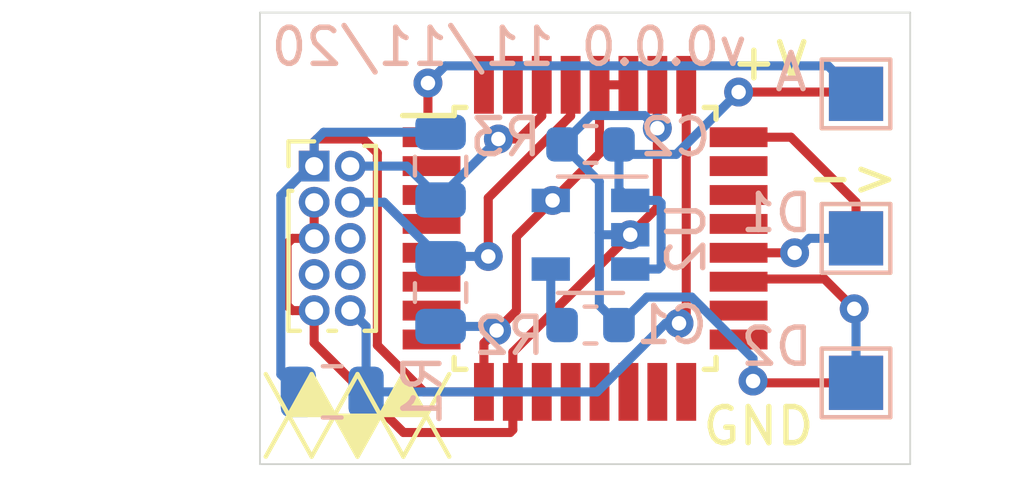
<source format=kicad_pcb>
(kicad_pcb (version 20171130) (host pcbnew "(5.1.6)-1")

  (general
    (thickness 1.6)
    (drawings 11)
    (tracks 122)
    (zones 0)
    (modules 15)
    (nets 12)
  )

  (page A4)
  (layers
    (0 F.Cu signal)
    (31 B.Cu signal)
    (32 B.Adhes user)
    (33 F.Adhes user)
    (34 B.Paste user)
    (35 F.Paste user)
    (36 B.SilkS user)
    (37 F.SilkS user)
    (38 B.Mask user)
    (39 F.Mask user)
    (40 Dwgs.User user)
    (41 Cmts.User user)
    (42 Eco1.User user)
    (43 Eco2.User user)
    (44 Edge.Cuts user)
    (45 Margin user)
    (46 B.CrtYd user)
    (47 F.CrtYd user)
    (48 B.Fab user)
    (49 F.Fab user)
  )

  (setup
    (last_trace_width 0.25)
    (trace_clearance 0.2)
    (zone_clearance 0.508)
    (zone_45_only no)
    (trace_min 0.2)
    (via_size 0.8)
    (via_drill 0.4)
    (via_min_size 0.4)
    (via_min_drill 0.3)
    (uvia_size 0.3)
    (uvia_drill 0.1)
    (uvias_allowed no)
    (uvia_min_size 0.2)
    (uvia_min_drill 0.1)
    (edge_width 0.05)
    (segment_width 0.2)
    (pcb_text_width 0.3)
    (pcb_text_size 1.5 1.5)
    (mod_edge_width 0.12)
    (mod_text_size 1 1)
    (mod_text_width 0.15)
    (pad_size 1.524 1.524)
    (pad_drill 0.762)
    (pad_to_mask_clearance 0.05)
    (aux_axis_origin 0 0)
    (visible_elements FFFFFF7F)
    (pcbplotparams
      (layerselection 0x010fc_ffffffff)
      (usegerberextensions false)
      (usegerberattributes true)
      (usegerberadvancedattributes true)
      (creategerberjobfile true)
      (excludeedgelayer true)
      (linewidth 0.100000)
      (plotframeref false)
      (viasonmask false)
      (mode 1)
      (useauxorigin false)
      (hpglpennumber 1)
      (hpglpenspeed 20)
      (hpglpendiameter 15.000000)
      (psnegative false)
      (psa4output false)
      (plotreference true)
      (plotvalue true)
      (plotinvisibletext false)
      (padsonsilk false)
      (subtractmaskfromsilk false)
      (outputformat 1)
      (mirror false)
      (drillshape 1)
      (scaleselection 1)
      (outputdirectory ""))
  )

  (net 0 "")
  (net 1 GND)
  (net 2 "Net-(C1-Pad1)")
  (net 3 +V)
  (net 4 DOUT)
  (net 5 RESET)
  (net 6 SWCLK)
  (net 7 SWDIO)
  (net 8 +3.3V)
  (net 9 D1)
  (net 10 D2)
  (net 11 A1)

  (net_class Default "This is the default net class."
    (clearance 0.2)
    (trace_width 0.25)
    (via_dia 0.8)
    (via_drill 0.4)
    (uvia_dia 0.3)
    (uvia_drill 0.1)
    (add_net +3.3V)
    (add_net +V)
    (add_net A1)
    (add_net D1)
    (add_net D2)
    (add_net DOUT)
    (add_net GND)
    (add_net "Net-(C1-Pad1)")
    (add_net RESET)
    (add_net SWCLK)
    (add_net SWDIO)
  )

  (module Symbol:Logo_WM (layer F.Cu) (tedit 5EA02B73) (tstamp 5FABE07B)
    (at 138.2 108.9 180)
    (fp_text reference REF** (at 0 -2.286) (layer F.SilkS) hide
      (effects (font (size 1 1) (thickness 0.15)))
    )
    (fp_text value Logo_WM (at 0 2.032) (layer F.Fab)
      (effects (font (size 1 1) (thickness 0.15)))
    )
    (fp_line (start 0 -1.143) (end -0.635 0) (layer F.SilkS) (width 0.12))
    (fp_line (start -0.635 0) (end 0 1.143) (layer F.SilkS) (width 0.12))
    (fp_line (start 0 1.143) (end 0.635 0) (layer F.SilkS) (width 0.12))
    (fp_line (start 0.635 0) (end 0 -1.143) (layer F.SilkS) (width 0.12))
    (fp_line (start 1.905 0) (end 1.27 -1.143) (layer F.SilkS) (width 0.12))
    (fp_line (start 1.27 1.143) (end 1.905 0) (layer F.SilkS) (width 0.12))
    (fp_line (start 0.635 0) (end 1.27 1.143) (layer F.SilkS) (width 0.12))
    (fp_line (start 1.27 -1.143) (end 0.635 0) (layer F.SilkS) (width 0.12))
    (fp_line (start -1.27 1.143) (end -0.635 0) (layer F.SilkS) (width 0.12))
    (fp_line (start -1.27 -1.143) (end -1.905 0) (layer F.SilkS) (width 0.12))
    (fp_line (start -1.905 0) (end -1.27 1.143) (layer F.SilkS) (width 0.12))
    (fp_line (start -0.635 0) (end -1.27 -1.143) (layer F.SilkS) (width 0.12))
    (fp_line (start -1.905 0) (end -2.54 -1.143) (layer F.SilkS) (width 0.12))
    (fp_line (start -2.54 1.143) (end -1.905 0) (layer F.SilkS) (width 0.12))
    (fp_line (start 2.54 -1.143) (end 1.905 0) (layer F.SilkS) (width 0.12))
    (fp_line (start 1.905 0) (end 2.54 1.143) (layer F.SilkS) (width 0.12))
    (fp_poly (pts (xy -1.905 0) (xy -0.635 0) (xy -1.27 1.143)) (layer F.SilkS) (width 0.1))
    (fp_poly (pts (xy -0.635 0) (xy 0.635 0) (xy 0 -1.143)) (layer F.SilkS) (width 0.1))
    (fp_poly (pts (xy 0.635 0) (xy 1.905 0) (xy 1.27 1.143)) (layer F.SilkS) (width 0.1))
  )

  (module Package_TO_SOT_SMD:SOT-23-5 (layer B.Cu) (tedit 5A02FF57) (tstamp 5FABC267)
    (at 144.65 103.9 180)
    (descr "5-pin SOT23 package")
    (tags SOT-23-5)
    (path /5FAC66A7)
    (attr smd)
    (fp_text reference U2 (at -2.65 -0.1 90) (layer B.SilkS)
      (effects (font (size 1 1) (thickness 0.15)) (justify mirror))
    )
    (fp_text value TC2014-3.3VxCTTR (at 0 -2.9) (layer B.Fab)
      (effects (font (size 1 1) (thickness 0.15)) (justify mirror))
    )
    (fp_text user %R (at 0 0 270) (layer B.Fab)
      (effects (font (size 0.5 0.5) (thickness 0.075)) (justify mirror))
    )
    (fp_line (start -0.9 -1.61) (end 0.9 -1.61) (layer B.SilkS) (width 0.12))
    (fp_line (start 0.9 1.61) (end -1.55 1.61) (layer B.SilkS) (width 0.12))
    (fp_line (start -1.9 1.8) (end 1.9 1.8) (layer B.CrtYd) (width 0.05))
    (fp_line (start 1.9 1.8) (end 1.9 -1.8) (layer B.CrtYd) (width 0.05))
    (fp_line (start 1.9 -1.8) (end -1.9 -1.8) (layer B.CrtYd) (width 0.05))
    (fp_line (start -1.9 -1.8) (end -1.9 1.8) (layer B.CrtYd) (width 0.05))
    (fp_line (start -0.9 0.9) (end -0.25 1.55) (layer B.Fab) (width 0.1))
    (fp_line (start 0.9 1.55) (end -0.25 1.55) (layer B.Fab) (width 0.1))
    (fp_line (start -0.9 0.9) (end -0.9 -1.55) (layer B.Fab) (width 0.1))
    (fp_line (start 0.9 -1.55) (end -0.9 -1.55) (layer B.Fab) (width 0.1))
    (fp_line (start 0.9 1.55) (end 0.9 -1.55) (layer B.Fab) (width 0.1))
    (pad 5 smd rect (at 1.1 0.95 180) (size 1.06 0.65) (layers B.Cu B.Paste B.Mask)
      (net 8 +3.3V))
    (pad 4 smd rect (at 1.1 -0.95 180) (size 1.06 0.65) (layers B.Cu B.Paste B.Mask)
      (net 2 "Net-(C1-Pad1)"))
    (pad 3 smd rect (at -1.1 -0.95 180) (size 1.06 0.65) (layers B.Cu B.Paste B.Mask)
      (net 3 +V))
    (pad 2 smd rect (at -1.1 0 180) (size 1.06 0.65) (layers B.Cu B.Paste B.Mask)
      (net 1 GND))
    (pad 1 smd rect (at -1.1 0.95 180) (size 1.06 0.65) (layers B.Cu B.Paste B.Mask)
      (net 3 +V))
    (model ${KISYS3DMOD}/Package_TO_SOT_SMD.3dshapes/SOT-23-5.wrl
      (at (xyz 0 0 0))
      (scale (xyz 1 1 1))
      (rotate (xyz 0 0 0))
    )
  )

  (module Package_QFP:TQFP-32_7x7mm_P0.8mm (layer F.Cu) (tedit 5A02F146) (tstamp 5FABC252)
    (at 144.5 104)
    (descr "32-Lead Plastic Thin Quad Flatpack (PT) - 7x7x1.0 mm Body, 2.00 mm [TQFP] (see Microchip Packaging Specification 00000049BS.pdf)")
    (tags "QFP 0.8")
    (path /5FAB5DC7)
    (attr smd)
    (fp_text reference U1 (at -6.25 -4.25) (layer F.SilkS) hide
      (effects (font (size 1 1) (thickness 0.15)))
    )
    (fp_text value ATSAMD21E15L-A (at 0 6.05) (layer F.Fab)
      (effects (font (size 1 1) (thickness 0.15)))
    )
    (fp_text user %R (at 0 0) (layer F.Fab)
      (effects (font (size 1 1) (thickness 0.15)))
    )
    (fp_line (start -2.5 -3.5) (end 3.5 -3.5) (layer F.Fab) (width 0.15))
    (fp_line (start 3.5 -3.5) (end 3.5 3.5) (layer F.Fab) (width 0.15))
    (fp_line (start 3.5 3.5) (end -3.5 3.5) (layer F.Fab) (width 0.15))
    (fp_line (start -3.5 3.5) (end -3.5 -2.5) (layer F.Fab) (width 0.15))
    (fp_line (start -3.5 -2.5) (end -2.5 -3.5) (layer F.Fab) (width 0.15))
    (fp_line (start -5.3 -5.3) (end -5.3 5.3) (layer F.CrtYd) (width 0.05))
    (fp_line (start 5.3 -5.3) (end 5.3 5.3) (layer F.CrtYd) (width 0.05))
    (fp_line (start -5.3 -5.3) (end 5.3 -5.3) (layer F.CrtYd) (width 0.05))
    (fp_line (start -5.3 5.3) (end 5.3 5.3) (layer F.CrtYd) (width 0.05))
    (fp_line (start -3.625 -3.625) (end -3.625 -3.4) (layer F.SilkS) (width 0.15))
    (fp_line (start 3.625 -3.625) (end 3.625 -3.3) (layer F.SilkS) (width 0.15))
    (fp_line (start 3.625 3.625) (end 3.625 3.3) (layer F.SilkS) (width 0.15))
    (fp_line (start -3.625 3.625) (end -3.625 3.3) (layer F.SilkS) (width 0.15))
    (fp_line (start -3.625 -3.625) (end -3.3 -3.625) (layer F.SilkS) (width 0.15))
    (fp_line (start -3.625 3.625) (end -3.3 3.625) (layer F.SilkS) (width 0.15))
    (fp_line (start 3.625 3.625) (end 3.3 3.625) (layer F.SilkS) (width 0.15))
    (fp_line (start 3.625 -3.625) (end 3.3 -3.625) (layer F.SilkS) (width 0.15))
    (fp_line (start -3.625 -3.4) (end -5.05 -3.4) (layer F.SilkS) (width 0.15))
    (pad 32 smd rect (at -2.8 -4.25 90) (size 1.6 0.55) (layers F.Cu F.Paste F.Mask))
    (pad 31 smd rect (at -2 -4.25 90) (size 1.6 0.55) (layers F.Cu F.Paste F.Mask))
    (pad 30 smd rect (at -1.2 -4.25 90) (size 1.6 0.55) (layers F.Cu F.Paste F.Mask)
      (net 7 SWDIO))
    (pad 29 smd rect (at -0.4 -4.25 90) (size 1.6 0.55) (layers F.Cu F.Paste F.Mask)
      (net 6 SWCLK))
    (pad 28 smd rect (at 0.4 -4.25 90) (size 1.6 0.55) (layers F.Cu F.Paste F.Mask)
      (net 8 +3.3V))
    (pad 27 smd rect (at 1.2 -4.25 90) (size 1.6 0.55) (layers F.Cu F.Paste F.Mask)
      (net 8 +3.3V))
    (pad 26 smd rect (at 2 -4.25 90) (size 1.6 0.55) (layers F.Cu F.Paste F.Mask)
      (net 1 GND))
    (pad 25 smd rect (at 2.8 -4.25 90) (size 1.6 0.55) (layers F.Cu F.Paste F.Mask)
      (net 5 RESET))
    (pad 24 smd rect (at 4.25 -2.8) (size 1.6 0.55) (layers F.Cu F.Paste F.Mask)
      (net 4 DOUT))
    (pad 23 smd rect (at 4.25 -2) (size 1.6 0.55) (layers F.Cu F.Paste F.Mask))
    (pad 22 smd rect (at 4.25 -1.2) (size 1.6 0.55) (layers F.Cu F.Paste F.Mask))
    (pad 21 smd rect (at 4.25 -0.4) (size 1.6 0.55) (layers F.Cu F.Paste F.Mask))
    (pad 20 smd rect (at 4.25 0.4) (size 1.6 0.55) (layers F.Cu F.Paste F.Mask)
      (net 9 D1))
    (pad 19 smd rect (at 4.25 1.2) (size 1.6 0.55) (layers F.Cu F.Paste F.Mask)
      (net 10 D2))
    (pad 18 smd rect (at 4.25 2) (size 1.6 0.55) (layers F.Cu F.Paste F.Mask))
    (pad 17 smd rect (at 4.25 2.8) (size 1.6 0.55) (layers F.Cu F.Paste F.Mask))
    (pad 16 smd rect (at 2.8 4.25 90) (size 1.6 0.55) (layers F.Cu F.Paste F.Mask))
    (pad 15 smd rect (at 2 4.25 90) (size 1.6 0.55) (layers F.Cu F.Paste F.Mask))
    (pad 14 smd rect (at 1.2 4.25 90) (size 1.6 0.55) (layers F.Cu F.Paste F.Mask))
    (pad 13 smd rect (at 0.4 4.25 90) (size 1.6 0.55) (layers F.Cu F.Paste F.Mask))
    (pad 12 smd rect (at -0.4 4.25 90) (size 1.6 0.55) (layers F.Cu F.Paste F.Mask))
    (pad 11 smd rect (at -1.2 4.25 90) (size 1.6 0.55) (layers F.Cu F.Paste F.Mask))
    (pad 10 smd rect (at -2 4.25 90) (size 1.6 0.55) (layers F.Cu F.Paste F.Mask)
      (net 1 GND))
    (pad 9 smd rect (at -2.8 4.25 90) (size 1.6 0.55) (layers F.Cu F.Paste F.Mask)
      (net 8 +3.3V))
    (pad 8 smd rect (at -4.25 2.8) (size 1.6 0.55) (layers F.Cu F.Paste F.Mask))
    (pad 7 smd rect (at -4.25 2) (size 1.6 0.55) (layers F.Cu F.Paste F.Mask))
    (pad 6 smd rect (at -4.25 1.2) (size 1.6 0.55) (layers F.Cu F.Paste F.Mask))
    (pad 5 smd rect (at -4.25 0.4) (size 1.6 0.55) (layers F.Cu F.Paste F.Mask))
    (pad 4 smd rect (at -4.25 -0.4) (size 1.6 0.55) (layers F.Cu F.Paste F.Mask))
    (pad 3 smd rect (at -4.25 -1.2) (size 1.6 0.55) (layers F.Cu F.Paste F.Mask))
    (pad 2 smd rect (at -4.25 -2) (size 1.6 0.55) (layers F.Cu F.Paste F.Mask))
    (pad 1 smd rect (at -4.25 -2.8) (size 1.6 0.55) (layers F.Cu F.Paste F.Mask)
      (net 11 A1))
    (model ${KISYS3DMOD}/Package_QFP.3dshapes/TQFP-32_7x7mm_P0.8mm.wrl
      (at (xyz 0 0 0))
      (scale (xyz 1 1 1))
      (rotate (xyz 0 0 0))
    )
  )

  (module Resistor_SMD:R_0805_2012Metric (layer B.Cu) (tedit 5B36C52B) (tstamp 5FABC21B)
    (at 140.5 102 270)
    (descr "Resistor SMD 0805 (2012 Metric), square (rectangular) end terminal, IPC_7351 nominal, (Body size source: https://docs.google.com/spreadsheets/d/1BsfQQcO9C6DZCsRaXUlFlo91Tg2WpOkGARC1WS5S8t0/edit?usp=sharing), generated with kicad-footprint-generator")
    (tags resistor)
    (path /5FABD108)
    (attr smd)
    (fp_text reference R3 (at -0.8 -1.8 180) (layer B.SilkS)
      (effects (font (size 1 1) (thickness 0.15)) (justify mirror))
    )
    (fp_text value 10kR (at 0 -1.65 90) (layer B.Fab)
      (effects (font (size 1 1) (thickness 0.15)) (justify mirror))
    )
    (fp_text user %R (at 0 0 90) (layer B.Fab)
      (effects (font (size 0.5 0.5) (thickness 0.08)) (justify mirror))
    )
    (fp_line (start -1 -0.6) (end -1 0.6) (layer B.Fab) (width 0.1))
    (fp_line (start -1 0.6) (end 1 0.6) (layer B.Fab) (width 0.1))
    (fp_line (start 1 0.6) (end 1 -0.6) (layer B.Fab) (width 0.1))
    (fp_line (start 1 -0.6) (end -1 -0.6) (layer B.Fab) (width 0.1))
    (fp_line (start -0.258578 0.71) (end 0.258578 0.71) (layer B.SilkS) (width 0.12))
    (fp_line (start -0.258578 -0.71) (end 0.258578 -0.71) (layer B.SilkS) (width 0.12))
    (fp_line (start -1.68 -0.95) (end -1.68 0.95) (layer B.CrtYd) (width 0.05))
    (fp_line (start -1.68 0.95) (end 1.68 0.95) (layer B.CrtYd) (width 0.05))
    (fp_line (start 1.68 0.95) (end 1.68 -0.95) (layer B.CrtYd) (width 0.05))
    (fp_line (start 1.68 -0.95) (end -1.68 -0.95) (layer B.CrtYd) (width 0.05))
    (pad 2 smd roundrect (at 0.9375 0 270) (size 0.975 1.4) (layers B.Cu B.Paste B.Mask) (roundrect_rratio 0.25)
      (net 7 SWDIO))
    (pad 1 smd roundrect (at -0.9375 0 270) (size 0.975 1.4) (layers B.Cu B.Paste B.Mask) (roundrect_rratio 0.25)
      (net 8 +3.3V))
    (model ${KISYS3DMOD}/Resistor_SMD.3dshapes/R_0805_2012Metric.wrl
      (at (xyz 0 0 0))
      (scale (xyz 1 1 1))
      (rotate (xyz 0 0 0))
    )
  )

  (module Resistor_SMD:R_0805_2012Metric (layer B.Cu) (tedit 5B36C52B) (tstamp 5FABC20A)
    (at 140.5 105.5 90)
    (descr "Resistor SMD 0805 (2012 Metric), square (rectangular) end terminal, IPC_7351 nominal, (Body size source: https://docs.google.com/spreadsheets/d/1BsfQQcO9C6DZCsRaXUlFlo91Tg2WpOkGARC1WS5S8t0/edit?usp=sharing), generated with kicad-footprint-generator")
    (tags resistor)
    (path /5FABCDF8)
    (attr smd)
    (fp_text reference R2 (at -1.2 1.9 180) (layer B.SilkS)
      (effects (font (size 1 1) (thickness 0.15)) (justify mirror))
    )
    (fp_text value 10kR (at 0 -1.65 90) (layer B.Fab)
      (effects (font (size 1 1) (thickness 0.15)) (justify mirror))
    )
    (fp_text user %R (at 0 0 90) (layer B.Fab)
      (effects (font (size 0.5 0.5) (thickness 0.08)) (justify mirror))
    )
    (fp_line (start -1 -0.6) (end -1 0.6) (layer B.Fab) (width 0.1))
    (fp_line (start -1 0.6) (end 1 0.6) (layer B.Fab) (width 0.1))
    (fp_line (start 1 0.6) (end 1 -0.6) (layer B.Fab) (width 0.1))
    (fp_line (start 1 -0.6) (end -1 -0.6) (layer B.Fab) (width 0.1))
    (fp_line (start -0.258578 0.71) (end 0.258578 0.71) (layer B.SilkS) (width 0.12))
    (fp_line (start -0.258578 -0.71) (end 0.258578 -0.71) (layer B.SilkS) (width 0.12))
    (fp_line (start -1.68 -0.95) (end -1.68 0.95) (layer B.CrtYd) (width 0.05))
    (fp_line (start -1.68 0.95) (end 1.68 0.95) (layer B.CrtYd) (width 0.05))
    (fp_line (start 1.68 0.95) (end 1.68 -0.95) (layer B.CrtYd) (width 0.05))
    (fp_line (start 1.68 -0.95) (end -1.68 -0.95) (layer B.CrtYd) (width 0.05))
    (pad 2 smd roundrect (at 0.9375 0 90) (size 0.975 1.4) (layers B.Cu B.Paste B.Mask) (roundrect_rratio 0.25)
      (net 6 SWCLK))
    (pad 1 smd roundrect (at -0.9375 0 90) (size 0.975 1.4) (layers B.Cu B.Paste B.Mask) (roundrect_rratio 0.25)
      (net 8 +3.3V))
    (model ${KISYS3DMOD}/Resistor_SMD.3dshapes/R_0805_2012Metric.wrl
      (at (xyz 0 0 0))
      (scale (xyz 1 1 1))
      (rotate (xyz 0 0 0))
    )
  )

  (module Resistor_SMD:R_0805_2012Metric (layer B.Cu) (tedit 5B36C52B) (tstamp 5FABC1F9)
    (at 137.5 108.25)
    (descr "Resistor SMD 0805 (2012 Metric), square (rectangular) end terminal, IPC_7351 nominal, (Body size source: https://docs.google.com/spreadsheets/d/1BsfQQcO9C6DZCsRaXUlFlo91Tg2WpOkGARC1WS5S8t0/edit?usp=sharing), generated with kicad-footprint-generator")
    (tags resistor)
    (path /5FABB084)
    (attr smd)
    (fp_text reference R1 (at 2.5 -0.05 90) (layer B.SilkS)
      (effects (font (size 1 1) (thickness 0.15)) (justify mirror))
    )
    (fp_text value 10kR (at 0 -1.65) (layer B.Fab)
      (effects (font (size 1 1) (thickness 0.15)) (justify mirror))
    )
    (fp_text user %R (at 0 0) (layer B.Fab)
      (effects (font (size 0.5 0.5) (thickness 0.08)) (justify mirror))
    )
    (fp_line (start -1 -0.6) (end -1 0.6) (layer B.Fab) (width 0.1))
    (fp_line (start -1 0.6) (end 1 0.6) (layer B.Fab) (width 0.1))
    (fp_line (start 1 0.6) (end 1 -0.6) (layer B.Fab) (width 0.1))
    (fp_line (start 1 -0.6) (end -1 -0.6) (layer B.Fab) (width 0.1))
    (fp_line (start -0.258578 0.71) (end 0.258578 0.71) (layer B.SilkS) (width 0.12))
    (fp_line (start -0.258578 -0.71) (end 0.258578 -0.71) (layer B.SilkS) (width 0.12))
    (fp_line (start -1.68 -0.95) (end -1.68 0.95) (layer B.CrtYd) (width 0.05))
    (fp_line (start -1.68 0.95) (end 1.68 0.95) (layer B.CrtYd) (width 0.05))
    (fp_line (start 1.68 0.95) (end 1.68 -0.95) (layer B.CrtYd) (width 0.05))
    (fp_line (start 1.68 -0.95) (end -1.68 -0.95) (layer B.CrtYd) (width 0.05))
    (pad 2 smd roundrect (at 0.9375 0) (size 0.975 1.4) (layers B.Cu B.Paste B.Mask) (roundrect_rratio 0.25)
      (net 5 RESET))
    (pad 1 smd roundrect (at -0.9375 0) (size 0.975 1.4) (layers B.Cu B.Paste B.Mask) (roundrect_rratio 0.25)
      (net 8 +3.3V))
    (model ${KISYS3DMOD}/Resistor_SMD.3dshapes/R_0805_2012Metric.wrl
      (at (xyz 0 0 0))
      (scale (xyz 1 1 1))
      (rotate (xyz 0 0 0))
    )
  )

  (module TestPoint:TestPoint_Pad_1.5x1.5mm (layer B.Cu) (tedit 5A0F774F) (tstamp 5FABC1E8)
    (at 152 100)
    (descr "SMD rectangular pad as test Point, square 1.5mm side length")
    (tags "test point SMD pad rectangle square")
    (path /5FAD3666)
    (attr virtual)
    (fp_text reference J7 (at 0 1.648) (layer B.SilkS) hide
      (effects (font (size 1 1) (thickness 0.15)) (justify mirror))
    )
    (fp_text value Conn_01x01 (at 0 -1.75) (layer B.Fab)
      (effects (font (size 1 1) (thickness 0.15)) (justify mirror))
    )
    (fp_text user %R (at 0 1.65) (layer B.Fab)
      (effects (font (size 1 1) (thickness 0.15)) (justify mirror))
    )
    (fp_line (start -0.95 0.95) (end 0.95 0.95) (layer B.SilkS) (width 0.12))
    (fp_line (start 0.95 0.95) (end 0.95 -0.95) (layer B.SilkS) (width 0.12))
    (fp_line (start 0.95 -0.95) (end -0.95 -0.95) (layer B.SilkS) (width 0.12))
    (fp_line (start -0.95 -0.95) (end -0.95 0.95) (layer B.SilkS) (width 0.12))
    (fp_line (start -1.25 1.25) (end 1.25 1.25) (layer B.CrtYd) (width 0.05))
    (fp_line (start -1.25 1.25) (end -1.25 -1.25) (layer B.CrtYd) (width 0.05))
    (fp_line (start 1.25 -1.25) (end 1.25 1.25) (layer B.CrtYd) (width 0.05))
    (fp_line (start 1.25 -1.25) (end -1.25 -1.25) (layer B.CrtYd) (width 0.05))
    (pad 1 smd rect (at 0 0) (size 1.5 1.5) (layers B.Cu B.Mask)
      (net 11 A1))
  )

  (module TestPoint:TestPoint_Pad_1.5x1.5mm (layer B.Cu) (tedit 5A0F774F) (tstamp 5FABC1DA)
    (at 152 108)
    (descr "SMD rectangular pad as test Point, square 1.5mm side length")
    (tags "test point SMD pad rectangle square")
    (path /5FAD3660)
    (attr virtual)
    (fp_text reference J6 (at 0 1.648) (layer B.SilkS) hide
      (effects (font (size 1 1) (thickness 0.15)) (justify mirror))
    )
    (fp_text value Conn_01x01 (at 0 -1.75) (layer B.Fab)
      (effects (font (size 1 1) (thickness 0.15)) (justify mirror))
    )
    (fp_text user %R (at 0 1.65) (layer B.Fab)
      (effects (font (size 1 1) (thickness 0.15)) (justify mirror))
    )
    (fp_line (start -0.95 0.95) (end 0.95 0.95) (layer B.SilkS) (width 0.12))
    (fp_line (start 0.95 0.95) (end 0.95 -0.95) (layer B.SilkS) (width 0.12))
    (fp_line (start 0.95 -0.95) (end -0.95 -0.95) (layer B.SilkS) (width 0.12))
    (fp_line (start -0.95 -0.95) (end -0.95 0.95) (layer B.SilkS) (width 0.12))
    (fp_line (start -1.25 1.25) (end 1.25 1.25) (layer B.CrtYd) (width 0.05))
    (fp_line (start -1.25 1.25) (end -1.25 -1.25) (layer B.CrtYd) (width 0.05))
    (fp_line (start 1.25 -1.25) (end 1.25 1.25) (layer B.CrtYd) (width 0.05))
    (fp_line (start 1.25 -1.25) (end -1.25 -1.25) (layer B.CrtYd) (width 0.05))
    (pad 1 smd rect (at 0 0) (size 1.5 1.5) (layers B.Cu B.Mask)
      (net 10 D2))
  )

  (module TestPoint:TestPoint_Pad_1.5x1.5mm (layer B.Cu) (tedit 5A0F774F) (tstamp 5FABC1CC)
    (at 152 104)
    (descr "SMD rectangular pad as test Point, square 1.5mm side length")
    (tags "test point SMD pad rectangle square")
    (path /5FAD365A)
    (attr virtual)
    (fp_text reference J5 (at 0 1.648) (layer B.SilkS) hide
      (effects (font (size 1 1) (thickness 0.15)) (justify mirror))
    )
    (fp_text value Conn_01x01 (at 0 -1.75) (layer B.Fab)
      (effects (font (size 1 1) (thickness 0.15)) (justify mirror))
    )
    (fp_text user %R (at 0 1.65) (layer B.Fab)
      (effects (font (size 1 1) (thickness 0.15)) (justify mirror))
    )
    (fp_line (start -0.95 0.95) (end 0.95 0.95) (layer B.SilkS) (width 0.12))
    (fp_line (start 0.95 0.95) (end 0.95 -0.95) (layer B.SilkS) (width 0.12))
    (fp_line (start 0.95 -0.95) (end -0.95 -0.95) (layer B.SilkS) (width 0.12))
    (fp_line (start -0.95 -0.95) (end -0.95 0.95) (layer B.SilkS) (width 0.12))
    (fp_line (start -1.25 1.25) (end 1.25 1.25) (layer B.CrtYd) (width 0.05))
    (fp_line (start -1.25 1.25) (end -1.25 -1.25) (layer B.CrtYd) (width 0.05))
    (fp_line (start 1.25 -1.25) (end 1.25 1.25) (layer B.CrtYd) (width 0.05))
    (fp_line (start 1.25 -1.25) (end -1.25 -1.25) (layer B.CrtYd) (width 0.05))
    (pad 1 smd rect (at 0 0) (size 1.5 1.5) (layers B.Cu B.Mask)
      (net 9 D1))
  )

  (module TestPoint:TestPoint_Pad_1.5x1.5mm (layer F.Cu) (tedit 5A0F774F) (tstamp 5FABC1BE)
    (at 152 108)
    (descr "SMD rectangular pad as test Point, square 1.5mm side length")
    (tags "test point SMD pad rectangle square")
    (path /5FAB8B05)
    (attr virtual)
    (fp_text reference J4 (at 0 -1.648) (layer F.SilkS) hide
      (effects (font (size 1 1) (thickness 0.15)))
    )
    (fp_text value Conn_01x01 (at 0 1.75) (layer F.Fab)
      (effects (font (size 1 1) (thickness 0.15)))
    )
    (fp_text user %R (at 0 -1.65) (layer F.Fab)
      (effects (font (size 1 1) (thickness 0.15)))
    )
    (fp_line (start -0.95 -0.95) (end 0.95 -0.95) (layer F.SilkS) (width 0.12))
    (fp_line (start 0.95 -0.95) (end 0.95 0.95) (layer F.SilkS) (width 0.12))
    (fp_line (start 0.95 0.95) (end -0.95 0.95) (layer F.SilkS) (width 0.12))
    (fp_line (start -0.95 0.95) (end -0.95 -0.95) (layer F.SilkS) (width 0.12))
    (fp_line (start -1.25 -1.25) (end 1.25 -1.25) (layer F.CrtYd) (width 0.05))
    (fp_line (start -1.25 -1.25) (end -1.25 1.25) (layer F.CrtYd) (width 0.05))
    (fp_line (start 1.25 1.25) (end 1.25 -1.25) (layer F.CrtYd) (width 0.05))
    (fp_line (start 1.25 1.25) (end -1.25 1.25) (layer F.CrtYd) (width 0.05))
    (pad 1 smd rect (at 0 0) (size 1.5 1.5) (layers F.Cu F.Mask)
      (net 1 GND))
  )

  (module Connector_PinHeader_1.00mm:PinHeader_2x05_P1.00mm_Vertical (layer F.Cu) (tedit 59FED738) (tstamp 5FABC1B0)
    (at 137 102)
    (descr "Through hole straight pin header, 2x05, 1.00mm pitch, double rows")
    (tags "Through hole pin header THT 2x05 1.00mm double row")
    (path /5FAB92E0)
    (fp_text reference J3 (at 0.5 -1.56) (layer F.SilkS) hide
      (effects (font (size 1 1) (thickness 0.15)))
    )
    (fp_text value Conn_ARM_JTAG_SWD_10 (at 0.5 5.56) (layer F.Fab)
      (effects (font (size 1 1) (thickness 0.15)))
    )
    (fp_text user %R (at 0.5 2 90) (layer F.Fab)
      (effects (font (size 1 1) (thickness 0.15)))
    )
    (fp_line (start -0.075 -0.5) (end 1.65 -0.5) (layer F.Fab) (width 0.1))
    (fp_line (start 1.65 -0.5) (end 1.65 4.5) (layer F.Fab) (width 0.1))
    (fp_line (start 1.65 4.5) (end -0.65 4.5) (layer F.Fab) (width 0.1))
    (fp_line (start -0.65 4.5) (end -0.65 0.075) (layer F.Fab) (width 0.1))
    (fp_line (start -0.65 0.075) (end -0.075 -0.5) (layer F.Fab) (width 0.1))
    (fp_line (start -0.71 4.56) (end -0.394493 4.56) (layer F.SilkS) (width 0.12))
    (fp_line (start 1.394493 4.56) (end 1.71 4.56) (layer F.SilkS) (width 0.12))
    (fp_line (start 0.394493 4.56) (end 0.605507 4.56) (layer F.SilkS) (width 0.12))
    (fp_line (start -0.71 0.685) (end -0.71 4.56) (layer F.SilkS) (width 0.12))
    (fp_line (start 1.71 -0.56) (end 1.71 4.56) (layer F.SilkS) (width 0.12))
    (fp_line (start -0.71 0.685) (end -0.608276 0.685) (layer F.SilkS) (width 0.12))
    (fp_line (start 1.394493 -0.56) (end 1.71 -0.56) (layer F.SilkS) (width 0.12))
    (fp_line (start -0.71 0) (end -0.71 -0.685) (layer F.SilkS) (width 0.12))
    (fp_line (start -0.71 -0.685) (end 0 -0.685) (layer F.SilkS) (width 0.12))
    (fp_line (start -1.15 -1) (end -1.15 5) (layer F.CrtYd) (width 0.05))
    (fp_line (start -1.15 5) (end 2.15 5) (layer F.CrtYd) (width 0.05))
    (fp_line (start 2.15 5) (end 2.15 -1) (layer F.CrtYd) (width 0.05))
    (fp_line (start 2.15 -1) (end -1.15 -1) (layer F.CrtYd) (width 0.05))
    (pad 10 thru_hole oval (at 1 4) (size 0.85 0.85) (drill 0.5) (layers *.Cu *.Mask)
      (net 5 RESET))
    (pad 9 thru_hole oval (at 0 4) (size 0.85 0.85) (drill 0.5) (layers *.Cu *.Mask)
      (net 1 GND))
    (pad 8 thru_hole oval (at 1 3) (size 0.85 0.85) (drill 0.5) (layers *.Cu *.Mask))
    (pad 7 thru_hole oval (at 0 3) (size 0.85 0.85) (drill 0.5) (layers *.Cu *.Mask))
    (pad 6 thru_hole oval (at 1 2) (size 0.85 0.85) (drill 0.5) (layers *.Cu *.Mask))
    (pad 5 thru_hole oval (at 0 2) (size 0.85 0.85) (drill 0.5) (layers *.Cu *.Mask)
      (net 1 GND))
    (pad 4 thru_hole oval (at 1 1) (size 0.85 0.85) (drill 0.5) (layers *.Cu *.Mask)
      (net 6 SWCLK))
    (pad 3 thru_hole oval (at 0 1) (size 0.85 0.85) (drill 0.5) (layers *.Cu *.Mask)
      (net 1 GND))
    (pad 2 thru_hole oval (at 1 0) (size 0.85 0.85) (drill 0.5) (layers *.Cu *.Mask)
      (net 7 SWDIO))
    (pad 1 thru_hole rect (at 0 0) (size 0.85 0.85) (drill 0.5) (layers *.Cu *.Mask)
      (net 8 +3.3V))
    (model ${KISYS3DMOD}/Connector_PinHeader_1.00mm.3dshapes/PinHeader_2x05_P1.00mm_Vertical.wrl
      (at (xyz 0 0 0))
      (scale (xyz 1 1 1))
      (rotate (xyz 0 0 0))
    )
  )

  (module TestPoint:TestPoint_Pad_1.5x1.5mm (layer F.Cu) (tedit 5A0F774F) (tstamp 5FABC18F)
    (at 152 104)
    (descr "SMD rectangular pad as test Point, square 1.5mm side length")
    (tags "test point SMD pad rectangle square")
    (path /5FAB8747)
    (attr virtual)
    (fp_text reference J2 (at 0 -1.648) (layer F.SilkS) hide
      (effects (font (size 1 1) (thickness 0.15)))
    )
    (fp_text value Conn_01x01 (at 0 1.75) (layer F.Fab)
      (effects (font (size 1 1) (thickness 0.15)))
    )
    (fp_text user %R (at 0 -1.65) (layer F.Fab)
      (effects (font (size 1 1) (thickness 0.15)))
    )
    (fp_line (start -0.95 -0.95) (end 0.95 -0.95) (layer F.SilkS) (width 0.12))
    (fp_line (start 0.95 -0.95) (end 0.95 0.95) (layer F.SilkS) (width 0.12))
    (fp_line (start 0.95 0.95) (end -0.95 0.95) (layer F.SilkS) (width 0.12))
    (fp_line (start -0.95 0.95) (end -0.95 -0.95) (layer F.SilkS) (width 0.12))
    (fp_line (start -1.25 -1.25) (end 1.25 -1.25) (layer F.CrtYd) (width 0.05))
    (fp_line (start -1.25 -1.25) (end -1.25 1.25) (layer F.CrtYd) (width 0.05))
    (fp_line (start 1.25 1.25) (end 1.25 -1.25) (layer F.CrtYd) (width 0.05))
    (fp_line (start 1.25 1.25) (end -1.25 1.25) (layer F.CrtYd) (width 0.05))
    (pad 1 smd rect (at 0 0) (size 1.5 1.5) (layers F.Cu F.Mask)
      (net 4 DOUT))
  )

  (module TestPoint:TestPoint_Pad_1.5x1.5mm (layer F.Cu) (tedit 5A0F774F) (tstamp 5FABC181)
    (at 152 100)
    (descr "SMD rectangular pad as test Point, square 1.5mm side length")
    (tags "test point SMD pad rectangle square")
    (path /5FAB798C)
    (attr virtual)
    (fp_text reference J1 (at 0 -1.648) (layer F.SilkS) hide
      (effects (font (size 1 1) (thickness 0.15)))
    )
    (fp_text value Conn_01x01 (at 0 1.75) (layer F.Fab)
      (effects (font (size 1 1) (thickness 0.15)))
    )
    (fp_text user %R (at 0 -1.65) (layer F.Fab)
      (effects (font (size 1 1) (thickness 0.15)))
    )
    (fp_line (start -0.95 -0.95) (end 0.95 -0.95) (layer F.SilkS) (width 0.12))
    (fp_line (start 0.95 -0.95) (end 0.95 0.95) (layer F.SilkS) (width 0.12))
    (fp_line (start 0.95 0.95) (end -0.95 0.95) (layer F.SilkS) (width 0.12))
    (fp_line (start -0.95 0.95) (end -0.95 -0.95) (layer F.SilkS) (width 0.12))
    (fp_line (start -1.25 -1.25) (end 1.25 -1.25) (layer F.CrtYd) (width 0.05))
    (fp_line (start -1.25 -1.25) (end -1.25 1.25) (layer F.CrtYd) (width 0.05))
    (fp_line (start 1.25 1.25) (end 1.25 -1.25) (layer F.CrtYd) (width 0.05))
    (fp_line (start 1.25 1.25) (end -1.25 1.25) (layer F.CrtYd) (width 0.05))
    (pad 1 smd rect (at 0 0) (size 1.5 1.5) (layers F.Cu F.Mask)
      (net 3 +V))
  )

  (module Capacitor_SMD:C_0603_1608Metric (layer B.Cu) (tedit 5B301BBE) (tstamp 5FABC173)
    (at 144.65 101.4 180)
    (descr "Capacitor SMD 0603 (1608 Metric), square (rectangular) end terminal, IPC_7351 nominal, (Body size source: http://www.tortai-tech.com/upload/download/2011102023233369053.pdf), generated with kicad-footprint-generator")
    (tags capacitor)
    (path /5FAF6DE5)
    (attr smd)
    (fp_text reference C2 (at -2.35 0.2) (layer B.SilkS)
      (effects (font (size 1 1) (thickness 0.15)) (justify mirror))
    )
    (fp_text value 0.1uF (at 0 -1.43) (layer B.Fab)
      (effects (font (size 1 1) (thickness 0.15)) (justify mirror))
    )
    (fp_text user %R (at 0 0) (layer B.Fab)
      (effects (font (size 0.4 0.4) (thickness 0.06)) (justify mirror))
    )
    (fp_line (start -0.8 -0.4) (end -0.8 0.4) (layer B.Fab) (width 0.1))
    (fp_line (start -0.8 0.4) (end 0.8 0.4) (layer B.Fab) (width 0.1))
    (fp_line (start 0.8 0.4) (end 0.8 -0.4) (layer B.Fab) (width 0.1))
    (fp_line (start 0.8 -0.4) (end -0.8 -0.4) (layer B.Fab) (width 0.1))
    (fp_line (start -0.162779 0.51) (end 0.162779 0.51) (layer B.SilkS) (width 0.12))
    (fp_line (start -0.162779 -0.51) (end 0.162779 -0.51) (layer B.SilkS) (width 0.12))
    (fp_line (start -1.48 -0.73) (end -1.48 0.73) (layer B.CrtYd) (width 0.05))
    (fp_line (start -1.48 0.73) (end 1.48 0.73) (layer B.CrtYd) (width 0.05))
    (fp_line (start 1.48 0.73) (end 1.48 -0.73) (layer B.CrtYd) (width 0.05))
    (fp_line (start 1.48 -0.73) (end -1.48 -0.73) (layer B.CrtYd) (width 0.05))
    (pad 2 smd roundrect (at 0.7875 0 180) (size 0.875 0.95) (layers B.Cu B.Paste B.Mask) (roundrect_rratio 0.25)
      (net 1 GND))
    (pad 1 smd roundrect (at -0.7875 0 180) (size 0.875 0.95) (layers B.Cu B.Paste B.Mask) (roundrect_rratio 0.25)
      (net 3 +V))
    (model ${KISYS3DMOD}/Capacitor_SMD.3dshapes/C_0603_1608Metric.wrl
      (at (xyz 0 0 0))
      (scale (xyz 1 1 1))
      (rotate (xyz 0 0 0))
    )
  )

  (module Capacitor_SMD:C_0603_1608Metric (layer B.Cu) (tedit 5B301BBE) (tstamp 5FABC162)
    (at 144.65 106.4)
    (descr "Capacitor SMD 0603 (1608 Metric), square (rectangular) end terminal, IPC_7351 nominal, (Body size source: http://www.tortai-tech.com/upload/download/2011102023233369053.pdf), generated with kicad-footprint-generator")
    (tags capacitor)
    (path /5FACA41C)
    (attr smd)
    (fp_text reference C1 (at 2.25 0) (layer B.SilkS)
      (effects (font (size 1 1) (thickness 0.15)) (justify mirror))
    )
    (fp_text value 0.01uF (at 0 -1.43) (layer B.Fab)
      (effects (font (size 1 1) (thickness 0.15)) (justify mirror))
    )
    (fp_text user %R (at 0 0) (layer B.Fab)
      (effects (font (size 0.4 0.4) (thickness 0.06)) (justify mirror))
    )
    (fp_line (start -0.8 -0.4) (end -0.8 0.4) (layer B.Fab) (width 0.1))
    (fp_line (start -0.8 0.4) (end 0.8 0.4) (layer B.Fab) (width 0.1))
    (fp_line (start 0.8 0.4) (end 0.8 -0.4) (layer B.Fab) (width 0.1))
    (fp_line (start 0.8 -0.4) (end -0.8 -0.4) (layer B.Fab) (width 0.1))
    (fp_line (start -0.162779 0.51) (end 0.162779 0.51) (layer B.SilkS) (width 0.12))
    (fp_line (start -0.162779 -0.51) (end 0.162779 -0.51) (layer B.SilkS) (width 0.12))
    (fp_line (start -1.48 -0.73) (end -1.48 0.73) (layer B.CrtYd) (width 0.05))
    (fp_line (start -1.48 0.73) (end 1.48 0.73) (layer B.CrtYd) (width 0.05))
    (fp_line (start 1.48 0.73) (end 1.48 -0.73) (layer B.CrtYd) (width 0.05))
    (fp_line (start 1.48 -0.73) (end -1.48 -0.73) (layer B.CrtYd) (width 0.05))
    (pad 2 smd roundrect (at 0.7875 0) (size 0.875 0.95) (layers B.Cu B.Paste B.Mask) (roundrect_rratio 0.25)
      (net 1 GND))
    (pad 1 smd roundrect (at -0.7875 0) (size 0.875 0.95) (layers B.Cu B.Paste B.Mask) (roundrect_rratio 0.25)
      (net 2 "Net-(C1-Pad1)"))
    (model ${KISYS3DMOD}/Capacitor_SMD.3dshapes/C_0603_1608Metric.wrl
      (at (xyz 0 0 0))
      (scale (xyz 1 1 1))
      (rotate (xyz 0 0 0))
    )
  )

  (gr_text D2 (at 149.8 107) (layer B.SilkS)
    (effects (font (size 1 1) (thickness 0.15)) (justify mirror))
  )
  (gr_text D1 (at 149.8 103.3) (layer B.SilkS)
    (effects (font (size 1 1) (thickness 0.15)) (justify mirror))
  )
  (gr_text A (at 150.2 99.4) (layer B.SilkS)
    (effects (font (size 1 1) (thickness 0.15)) (justify mirror))
  )
  (gr_text GND (at 149.3 109.2) (layer F.SilkS)
    (effects (font (size 1 1) (thickness 0.15)))
  )
  (gr_text +V (at 149.6 99.1) (layer F.SilkS)
    (effects (font (size 1 1) (thickness 0.15)))
  )
  (gr_text -> (at 151.9 102.3) (layer F.SilkS)
    (effects (font (size 1 1) (thickness 0.15)))
  )
  (gr_text "v0.0.0 11/11/20" (at 142.4 98.7) (layer B.SilkS)
    (effects (font (size 1 1) (thickness 0.15)) (justify mirror))
  )
  (gr_line (start 135.5 110.25) (end 135.5 97.75) (layer Edge.Cuts) (width 0.05) (tstamp 5FABD672))
  (gr_line (start 153.5 110.25) (end 135.5 110.25) (layer Edge.Cuts) (width 0.05))
  (gr_line (start 153.5 97.75) (end 153.5 110.25) (layer Edge.Cuts) (width 0.05))
  (gr_line (start 153.5 97.75) (end 135.5 97.75) (layer Edge.Cuts) (width 0.05))

  (via (at 143.6 102.95) (size 0.8) (drill 0.4) (layers F.Cu B.Cu) (net 8))
  (segment (start 142.5 108.25) (end 142.5 109.3) (width 0.25) (layer F.Cu) (net 1))
  (segment (start 142.424999 109.375001) (end 139.475001 109.375001) (width 0.25) (layer F.Cu) (net 1))
  (segment (start 142.5 109.3) (end 142.424999 109.375001) (width 0.25) (layer F.Cu) (net 1))
  (segment (start 137 106.9) (end 137 106) (width 0.25) (layer F.Cu) (net 1))
  (segment (start 139.475001 109.375001) (end 137 106.9) (width 0.25) (layer F.Cu) (net 1))
  (segment (start 136.249999 104.148961) (end 136.39896 104) (width 0.25) (layer F.Cu) (net 1))
  (segment (start 136.249999 105.851039) (end 136.249999 104.148961) (width 0.25) (layer F.Cu) (net 1))
  (segment (start 136.39896 104) (end 137 104) (width 0.25) (layer F.Cu) (net 1))
  (segment (start 136.39896 106) (end 136.249999 105.851039) (width 0.25) (layer F.Cu) (net 1))
  (segment (start 137 106) (end 136.39896 106) (width 0.25) (layer F.Cu) (net 1))
  (segment (start 137 103) (end 137 104) (width 0.25) (layer F.Cu) (net 1))
  (via (at 146.5 100.95) (size 0.8) (drill 0.4) (layers F.Cu B.Cu) (net 1))
  (segment (start 143.8625 101.4) (end 144.66251 100.59999) (width 0.25) (layer B.Cu) (net 1))
  (segment (start 146.14999 100.59999) (end 146.5 100.95) (width 0.25) (layer B.Cu) (net 1))
  (segment (start 146.5 99.75) (end 146.5 100.95) (width 0.25) (layer F.Cu) (net 1))
  (segment (start 144.66251 100.59999) (end 146.14999 100.59999) (width 0.25) (layer B.Cu) (net 1))
  (segment (start 145.75 103.9) (end 145.75 103.9) (width 0.25) (layer B.Cu) (net 1))
  (via (at 145.75 103.9) (size 0.8) (drill 0.4) (layers F.Cu B.Cu) (net 1))
  (segment (start 146.5 103.15) (end 145.75 103.9) (width 0.25) (layer F.Cu) (net 1))
  (segment (start 146.5 100.95) (end 146.5 103.15) (width 0.25) (layer F.Cu) (net 1))
  (segment (start 142.5 107.15) (end 142.5 108.25) (width 0.25) (layer F.Cu) (net 1))
  (segment (start 145.75 103.9) (end 142.5 107.15) (width 0.25) (layer F.Cu) (net 1))
  (segment (start 144.894999 102.432499) (end 143.8625 101.4) (width 0.25) (layer B.Cu) (net 1))
  (segment (start 145.4375 106.4) (end 144.894999 105.857499) (width 0.25) (layer B.Cu) (net 1))
  (segment (start 145.75 103.9) (end 144.95 103.9) (width 0.25) (layer B.Cu) (net 1))
  (segment (start 144.95 103.9) (end 144.894999 103.844999) (width 0.25) (layer B.Cu) (net 1))
  (segment (start 144.894999 105.857499) (end 144.894999 103.844999) (width 0.25) (layer B.Cu) (net 1))
  (segment (start 144.894999 103.844999) (end 144.894999 102.432499) (width 0.25) (layer B.Cu) (net 1))
  (via (at 149.15 107.95) (size 0.8) (drill 0.4) (layers F.Cu B.Cu) (net 1))
  (segment (start 152 108) (end 149.2 108) (width 0.25) (layer F.Cu) (net 1))
  (segment (start 149.2 108) (end 149.15 107.95) (width 0.25) (layer F.Cu) (net 1))
  (segment (start 147.448001 105.624999) (end 146.212501 105.624999) (width 0.25) (layer B.Cu) (net 1))
  (segment (start 146.212501 105.624999) (end 145.4375 106.4) (width 0.25) (layer B.Cu) (net 1))
  (segment (start 149.15 107.326998) (end 147.448001 105.624999) (width 0.25) (layer B.Cu) (net 1))
  (segment (start 149.15 107.95) (end 149.15 107.326998) (width 0.25) (layer B.Cu) (net 1))
  (segment (start 143.55 106.0875) (end 143.8625 106.4) (width 0.25) (layer B.Cu) (net 2))
  (segment (start 143.55 104.85) (end 143.55 106.0875) (width 0.25) (layer B.Cu) (net 2))
  (segment (start 145.4375 102.6375) (end 145.75 102.95) (width 0.25) (layer B.Cu) (net 3))
  (segment (start 145.4375 101.4) (end 145.4375 102.6375) (width 0.25) (layer B.Cu) (net 3))
  (segment (start 146.53 104.85) (end 145.75 104.85) (width 0.25) (layer B.Cu) (net 3))
  (segment (start 146.605001 103.025001) (end 146.605001 104.774999) (width 0.25) (layer B.Cu) (net 3))
  (segment (start 146.53 102.95) (end 146.605001 103.025001) (width 0.25) (layer B.Cu) (net 3))
  (segment (start 146.605001 104.774999) (end 146.53 104.85) (width 0.25) (layer B.Cu) (net 3))
  (segment (start 145.75 102.95) (end 146.53 102.95) (width 0.25) (layer B.Cu) (net 3))
  (segment (start 147.024999 101.675001) (end 148.75 99.95) (width 0.25) (layer B.Cu) (net 3))
  (segment (start 145.4375 101.4) (end 145.712501 101.675001) (width 0.25) (layer B.Cu) (net 3))
  (via (at 148.75 99.95) (size 0.8) (drill 0.4) (layers F.Cu B.Cu) (net 3))
  (segment (start 145.712501 101.675001) (end 147.024999 101.675001) (width 0.25) (layer B.Cu) (net 3))
  (segment (start 151.95 99.95) (end 152 100) (width 0.25) (layer F.Cu) (net 3))
  (segment (start 148.75 99.95) (end 151.95 99.95) (width 0.25) (layer F.Cu) (net 3))
  (segment (start 150.2 101.2) (end 148.75 101.2) (width 0.25) (layer F.Cu) (net 4))
  (segment (start 152 103) (end 150.2 101.2) (width 0.25) (layer F.Cu) (net 4))
  (segment (start 152 104) (end 152 103) (width 0.25) (layer F.Cu) (net 4))
  (via (at 147.1 106.35) (size 0.8) (drill 0.4) (layers F.Cu B.Cu) (net 5))
  (segment (start 147.3 99.75) (end 147.3 106.15) (width 0.25) (layer F.Cu) (net 5))
  (segment (start 147.3 106.15) (end 147.1 106.35) (width 0.25) (layer F.Cu) (net 5))
  (segment (start 138.4375 106.4375) (end 138 106) (width 0.25) (layer B.Cu) (net 5))
  (segment (start 138.4375 108.25) (end 138.4375 106.4375) (width 0.25) (layer B.Cu) (net 5))
  (segment (start 146.731494 106.35) (end 147.1 106.35) (width 0.25) (layer B.Cu) (net 5))
  (segment (start 144.831494 108.25) (end 146.731494 106.35) (width 0.25) (layer B.Cu) (net 5))
  (segment (start 138.4375 108.25) (end 144.831494 108.25) (width 0.25) (layer B.Cu) (net 5))
  (via (at 141.819999 104.5) (size 0.8) (drill 0.4) (layers F.Cu B.Cu) (net 6))
  (segment (start 140.5625 104.5) (end 140.5 104.5625) (width 0.25) (layer B.Cu) (net 6))
  (segment (start 141.819999 104.5) (end 140.5625 104.5) (width 0.25) (layer B.Cu) (net 6))
  (segment (start 138.9375 103) (end 138 103) (width 0.25) (layer B.Cu) (net 6))
  (segment (start 140.5 104.5625) (end 138.9375 103) (width 0.25) (layer B.Cu) (net 6))
  (segment (start 141.819999 104.5) (end 141.819999 102.880001) (width 0.25) (layer F.Cu) (net 6))
  (segment (start 143.610002 101.1) (end 144.1 100.610002) (width 0.25) (layer F.Cu) (net 6))
  (segment (start 144.1 100.610002) (end 144.1 99.75) (width 0.25) (layer F.Cu) (net 6))
  (segment (start 143.6 101.1) (end 143.610002 101.1) (width 0.25) (layer F.Cu) (net 6))
  (segment (start 141.819999 102.880001) (end 143.6 101.1) (width 0.25) (layer F.Cu) (net 6))
  (segment (start 139.5625 102) (end 138 102) (width 0.25) (layer B.Cu) (net 7))
  (segment (start 140.5 102.9375) (end 139.5625 102) (width 0.25) (layer B.Cu) (net 7))
  (via (at 142.1 101.25) (size 0.8) (drill 0.4) (layers F.Cu B.Cu) (net 7))
  (segment (start 140.5 102.9375) (end 140.5 102.85) (width 0.25) (layer B.Cu) (net 7))
  (segment (start 140.5 102.85) (end 142.1 101.25) (width 0.25) (layer B.Cu) (net 7))
  (segment (start 143.3 100.615685) (end 143.3 99.75) (width 0.25) (layer F.Cu) (net 7))
  (segment (start 142.665685 101.25) (end 143.3 100.615685) (width 0.25) (layer F.Cu) (net 7))
  (segment (start 142.1 101.25) (end 142.665685 101.25) (width 0.25) (layer F.Cu) (net 7))
  (segment (start 141.7 106.9) (end 141.7 108.25) (width 0.25) (layer F.Cu) (net 8))
  (segment (start 144.9 99.75) (end 145.7 99.75) (width 0.25) (layer F.Cu) (net 8))
  (segment (start 137 101.325) (end 137 102) (width 0.25) (layer B.Cu) (net 8))
  (segment (start 137.2625 101.0625) (end 137 101.325) (width 0.25) (layer B.Cu) (net 8))
  (segment (start 140.5 101.0625) (end 137.2625 101.0625) (width 0.25) (layer B.Cu) (net 8))
  (segment (start 144.9 101.65) (end 143.6 102.95) (width 0.25) (layer F.Cu) (net 8))
  (segment (start 144.9 99.75) (end 144.9 101.65) (width 0.25) (layer F.Cu) (net 8))
  (segment (start 142.599999 103.950001) (end 143.6 102.95) (width 0.25) (layer F.Cu) (net 8))
  (segment (start 142.599999 106.000001) (end 142.599999 103.950001) (width 0.25) (layer F.Cu) (net 8))
  (segment (start 142.2 106.4) (end 142.599999 106.000001) (width 0.25) (layer F.Cu) (net 8))
  (segment (start 137 101.325) (end 137 102) (width 0.25) (layer F.Cu) (net 8))
  (segment (start 138.360001 101.249999) (end 137.075001 101.249999) (width 0.25) (layer F.Cu) (net 8))
  (segment (start 138.750001 101.639999) (end 138.360001 101.249999) (width 0.25) (layer F.Cu) (net 8))
  (segment (start 138.750001 106.960003) (end 138.750001 101.639999) (width 0.25) (layer F.Cu) (net 8))
  (segment (start 140.039998 108.25) (end 138.750001 106.960003) (width 0.25) (layer F.Cu) (net 8))
  (segment (start 137.075001 101.249999) (end 137 101.325) (width 0.25) (layer F.Cu) (net 8))
  (segment (start 141.7 108.25) (end 140.039998 108.25) (width 0.25) (layer F.Cu) (net 8))
  (via (at 142.05 106.55) (size 0.8) (drill 0.4) (layers F.Cu B.Cu) (net 8))
  (segment (start 141.9375 106.4375) (end 142.05 106.55) (width 0.25) (layer B.Cu) (net 8))
  (segment (start 140.5 106.4375) (end 141.9375 106.4375) (width 0.25) (layer B.Cu) (net 8))
  (segment (start 142.2 106.4) (end 142.05 106.55) (width 0.25) (layer F.Cu) (net 8))
  (segment (start 142.05 106.55) (end 141.7 106.9) (width 0.25) (layer F.Cu) (net 8))
  (segment (start 136.889998 102) (end 137 102) (width 0.25) (layer B.Cu) (net 8))
  (segment (start 136.076973 102.813025) (end 136.889998 102) (width 0.25) (layer B.Cu) (net 8))
  (segment (start 136.076973 107.764473) (end 136.076973 102.813025) (width 0.25) (layer B.Cu) (net 8))
  (segment (start 136.5625 108.25) (end 136.076973 107.764473) (width 0.25) (layer B.Cu) (net 8))
  (via (at 150.3 104.4) (size 0.8) (drill 0.4) (layers F.Cu B.Cu) (net 9))
  (segment (start 152 104) (end 150.7 104) (width 0.25) (layer B.Cu) (net 9))
  (segment (start 150.7 104) (end 150.3 104.4) (width 0.25) (layer B.Cu) (net 9))
  (segment (start 150.3 104.4) (end 148.75 104.4) (width 0.25) (layer F.Cu) (net 9))
  (via (at 151.95 105.95) (size 0.8) (drill 0.4) (layers F.Cu B.Cu) (net 10))
  (segment (start 152 108) (end 152 106) (width 0.25) (layer B.Cu) (net 10))
  (segment (start 152 106) (end 151.95 105.95) (width 0.25) (layer B.Cu) (net 10))
  (segment (start 148.824999 105.125001) (end 148.75 105.2) (width 0.25) (layer F.Cu) (net 10))
  (segment (start 151.125001 105.125001) (end 148.824999 105.125001) (width 0.25) (layer F.Cu) (net 10))
  (segment (start 151.95 105.95) (end 151.125001 105.125001) (width 0.25) (layer F.Cu) (net 10))
  (via (at 140.15 99.7) (size 0.8) (drill 0.4) (layers F.Cu B.Cu) (net 11))
  (segment (start 140.625001 99.224999) (end 140.15 99.7) (width 0.25) (layer B.Cu) (net 11))
  (segment (start 152 100) (end 151.224999 99.224999) (width 0.25) (layer B.Cu) (net 11))
  (segment (start 151.224999 99.224999) (end 140.625001 99.224999) (width 0.25) (layer B.Cu) (net 11))
  (segment (start 140.15 101.1) (end 140.25 101.2) (width 0.25) (layer F.Cu) (net 11))
  (segment (start 140.15 99.7) (end 140.15 101.1) (width 0.25) (layer F.Cu) (net 11))

)

</source>
